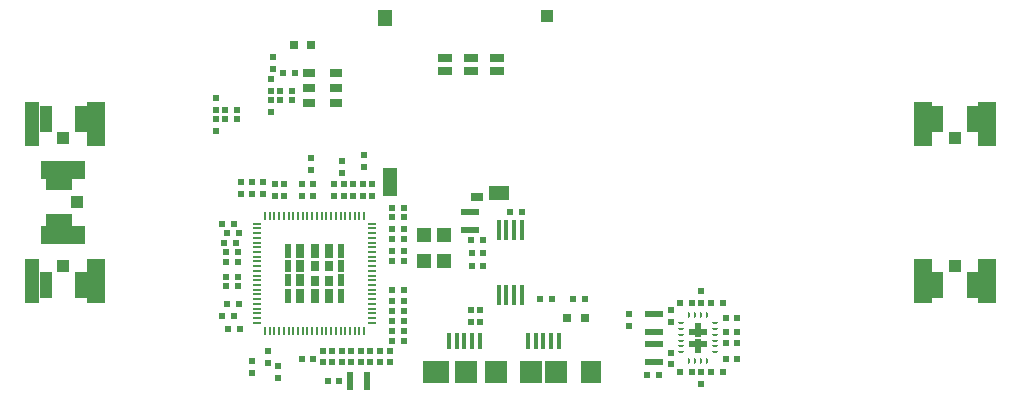
<source format=gbp>
G04*
G04 #@! TF.GenerationSoftware,Altium Limited,Altium Designer,18.1.6 (161)*
G04*
G04 Layer_Color=8421504*
%FSLAX24Y24*%
%MOIN*%
G70*
G01*
G75*
%ADD17R,0.0197X0.0197*%
%ADD18R,0.0866X0.0433*%
%ADD19R,0.0413X0.0394*%
%ADD21R,0.0315X0.0315*%
%ADD23R,0.1496X0.0591*%
%ADD26R,0.0591X0.1496*%
%ADD27R,0.0512X0.1496*%
%ADD62R,0.0197X0.0197*%
G04:AMPARAMS|DCode=63|XSize=9.1mil|YSize=29.5mil|CornerRadius=2.3mil|HoleSize=0mil|Usage=FLASHONLY|Rotation=0.000|XOffset=0mil|YOffset=0mil|HoleType=Round|Shape=RoundedRectangle|*
%AMROUNDEDRECTD63*
21,1,0.0091,0.0250,0,0,0.0*
21,1,0.0045,0.0295,0,0,0.0*
1,1,0.0045,0.0023,-0.0125*
1,1,0.0045,-0.0023,-0.0125*
1,1,0.0045,-0.0023,0.0125*
1,1,0.0045,0.0023,0.0125*
%
%ADD63ROUNDEDRECTD63*%
%ADD64R,0.0433X0.0866*%
%ADD65R,0.0394X0.0413*%
%ADD66R,0.0118X0.0650*%
%ADD67R,0.0630X0.0197*%
%ADD68R,0.0472X0.0512*%
%ADD69R,0.0906X0.0748*%
%ADD70R,0.0748X0.0748*%
%ADD71R,0.0709X0.0748*%
%ADD72R,0.0157X0.0531*%
%ADD73R,0.0689X0.0512*%
%ADD74R,0.0394X0.0433*%
%ADD75R,0.0394X0.0256*%
%ADD76R,0.0472X0.0925*%
%ADD77R,0.0472X0.0551*%
%ADD78R,0.0472X0.0315*%
%ADD79R,0.0197X0.0630*%
G04:AMPARAMS|DCode=80|XSize=9.1mil|YSize=29.5mil|CornerRadius=2.3mil|HoleSize=0mil|Usage=FLASHONLY|Rotation=90.000|XOffset=0mil|YOffset=0mil|HoleType=Round|Shape=RoundedRectangle|*
%AMROUNDEDRECTD80*
21,1,0.0091,0.0250,0,0,90.0*
21,1,0.0045,0.0295,0,0,90.0*
1,1,0.0045,0.0125,0.0023*
1,1,0.0045,0.0125,-0.0023*
1,1,0.0045,-0.0125,-0.0023*
1,1,0.0045,-0.0125,0.0023*
%
%ADD80ROUNDEDRECTD80*%
G04:AMPARAMS|DCode=83|XSize=9.8mil|YSize=19.7mil|CornerRadius=2.5mil|HoleSize=0mil|Usage=FLASHONLY|Rotation=0.000|XOffset=0mil|YOffset=0mil|HoleType=Round|Shape=RoundedRectangle|*
%AMROUNDEDRECTD83*
21,1,0.0098,0.0148,0,0,0.0*
21,1,0.0049,0.0197,0,0,0.0*
1,1,0.0049,0.0025,-0.0074*
1,1,0.0049,-0.0025,-0.0074*
1,1,0.0049,-0.0025,0.0074*
1,1,0.0049,0.0025,0.0074*
%
%ADD83ROUNDEDRECTD83*%
G04:AMPARAMS|DCode=84|XSize=9.8mil|YSize=19.7mil|CornerRadius=2.5mil|HoleSize=0mil|Usage=FLASHONLY|Rotation=270.000|XOffset=0mil|YOffset=0mil|HoleType=Round|Shape=RoundedRectangle|*
%AMROUNDEDRECTD84*
21,1,0.0098,0.0148,0,0,270.0*
21,1,0.0049,0.0197,0,0,270.0*
1,1,0.0049,-0.0074,-0.0025*
1,1,0.0049,-0.0074,0.0025*
1,1,0.0049,0.0074,0.0025*
1,1,0.0049,0.0074,-0.0025*
%
%ADD84ROUNDEDRECTD84*%
%ADD85R,0.0433X0.0252*%
%ADD123R,0.0315X0.0472*%
%ADD124R,0.0197X0.0472*%
%ADD125R,0.0197X0.0394*%
%ADD126R,0.0197X0.0394*%
%ADD127R,0.0315X0.0394*%
%ADD128R,0.0315X0.0354*%
%ADD129R,0.0315X0.0354*%
%ADD130R,0.0315X0.0354*%
%ADD131R,0.0226X0.0453*%
%ADD132R,0.0591X0.0236*%
%ADD133R,0.0591X0.0236*%
%ADD134R,0.0236X0.0453*%
G54D17*
X71880Y24390D02*
D03*
X71486D02*
D03*
X81349Y25738D02*
D03*
X80955D02*
D03*
X71909Y22677D02*
D03*
X71516D02*
D03*
X77037Y24104D02*
D03*
X77431D02*
D03*
X77037Y23130D02*
D03*
X77431D02*
D03*
X74400Y20837D02*
D03*
X74006D02*
D03*
X88140Y21722D02*
D03*
X88533D02*
D03*
X86624Y22697D02*
D03*
X87018D02*
D03*
X85915Y20305D02*
D03*
X85522D02*
D03*
X73780Y30364D02*
D03*
X73386D02*
D03*
X86624Y20404D02*
D03*
X87018D02*
D03*
X71427Y24705D02*
D03*
X71821D02*
D03*
X71555Y21831D02*
D03*
X71949D02*
D03*
X88140Y21358D02*
D03*
X88533D02*
D03*
X71752Y22274D02*
D03*
X71358D02*
D03*
X77037Y24843D02*
D03*
X77431D02*
D03*
X77037Y25563D02*
D03*
X77431D02*
D03*
X77431Y22087D02*
D03*
X77037D02*
D03*
X79675Y24360D02*
D03*
X80069D02*
D03*
X79670Y24785D02*
D03*
X80064D02*
D03*
X75266Y20089D02*
D03*
X74872D02*
D03*
X88041Y20404D02*
D03*
X87648D02*
D03*
X88140Y20846D02*
D03*
X88533D02*
D03*
X87657Y22697D02*
D03*
X88051D02*
D03*
X88533Y22215D02*
D03*
X88140D02*
D03*
X71742Y25335D02*
D03*
X71348D02*
D03*
X77037Y24429D02*
D03*
X77431D02*
D03*
X77037Y22766D02*
D03*
X77431D02*
D03*
X77037Y25878D02*
D03*
X77431D02*
D03*
X71516Y25020D02*
D03*
X71909D02*
D03*
X77037Y22431D02*
D03*
X77431D02*
D03*
X73689Y29775D02*
D03*
Y29460D02*
D03*
X81949Y22835D02*
D03*
X82343D02*
D03*
X83051D02*
D03*
X83445D02*
D03*
X77037Y25157D02*
D03*
X77431D02*
D03*
X71880Y24075D02*
D03*
X71486D02*
D03*
X77037Y21417D02*
D03*
X77431D02*
D03*
X77037Y21762D02*
D03*
X77431D02*
D03*
X71467Y29134D02*
D03*
Y28819D02*
D03*
X73296Y29775D02*
D03*
Y29460D02*
D03*
X71880Y23573D02*
D03*
Y23258D02*
D03*
X71860Y29134D02*
D03*
Y28819D02*
D03*
X80069Y23937D02*
D03*
X79675D02*
D03*
X71486Y23573D02*
D03*
Y23258D02*
D03*
G54D18*
X65906Y25472D02*
D03*
Y26654D02*
D03*
G54D19*
X66535Y26063D02*
D03*
G54D21*
X73740Y31289D02*
D03*
X74331D02*
D03*
X82854Y22185D02*
D03*
X83445D02*
D03*
G54D23*
X66063Y24980D02*
D03*
Y27146D02*
D03*
G54D26*
X67146Y28681D02*
D03*
Y23445D02*
D03*
X96870Y28681D02*
D03*
X94705D02*
D03*
X96870Y23445D02*
D03*
X94705D02*
D03*
G54D27*
X65020Y28681D02*
D03*
Y23445D02*
D03*
G54D62*
X79656Y22461D02*
D03*
X79970D02*
D03*
X73051Y30492D02*
D03*
Y30886D02*
D03*
X74400Y26270D02*
D03*
Y26663D02*
D03*
X76299Y21112D02*
D03*
Y20719D02*
D03*
X75413Y26270D02*
D03*
Y26663D02*
D03*
X72874Y21102D02*
D03*
Y20709D02*
D03*
X73435Y26260D02*
D03*
Y26654D02*
D03*
X75344Y21112D02*
D03*
Y20719D02*
D03*
X76614Y21112D02*
D03*
Y20719D02*
D03*
X75728Y26270D02*
D03*
Y26663D02*
D03*
X73120Y26260D02*
D03*
Y26654D02*
D03*
X84911Y22334D02*
D03*
Y21941D02*
D03*
X76358Y26663D02*
D03*
Y26270D02*
D03*
X75098Y26663D02*
D03*
Y26270D02*
D03*
X74035Y26663D02*
D03*
Y26270D02*
D03*
X72352Y20758D02*
D03*
Y20364D02*
D03*
X86309Y20650D02*
D03*
Y21043D02*
D03*
X79970Y22067D02*
D03*
X79656D02*
D03*
X87333Y20404D02*
D03*
Y20010D02*
D03*
Y23091D02*
D03*
Y22697D02*
D03*
X73217Y20600D02*
D03*
Y20207D02*
D03*
X76939Y21112D02*
D03*
Y20719D02*
D03*
X75030Y21112D02*
D03*
Y20719D02*
D03*
X75974Y21112D02*
D03*
Y20719D02*
D03*
X75659D02*
D03*
Y21112D02*
D03*
X76043Y26270D02*
D03*
Y26663D02*
D03*
X74715Y21112D02*
D03*
Y20719D02*
D03*
X86309Y22451D02*
D03*
Y22057D02*
D03*
X72971Y29067D02*
D03*
X71152Y29528D02*
D03*
Y28425D02*
D03*
X72352Y26339D02*
D03*
Y26732D02*
D03*
X76083Y27628D02*
D03*
Y27234D02*
D03*
X72971Y30169D02*
D03*
X74321Y27126D02*
D03*
Y27520D02*
D03*
X71978Y26339D02*
D03*
Y26732D02*
D03*
X72726Y26339D02*
D03*
Y26732D02*
D03*
X75344Y27421D02*
D03*
Y27028D02*
D03*
X71152Y29134D02*
D03*
Y28819D02*
D03*
X72971Y29775D02*
D03*
Y29460D02*
D03*
G54D63*
X74518Y21772D02*
D03*
X74675D02*
D03*
X73888D02*
D03*
X74045D02*
D03*
X72943D02*
D03*
X73100D02*
D03*
X73258D02*
D03*
X72785D02*
D03*
X75935Y25610D02*
D03*
X76093D02*
D03*
X73415Y21772D02*
D03*
X73573D02*
D03*
X73730D02*
D03*
X74203D02*
D03*
X74360D02*
D03*
X74833D02*
D03*
X74990D02*
D03*
X75148D02*
D03*
X75305D02*
D03*
X75463D02*
D03*
X75620D02*
D03*
X75778D02*
D03*
X75935D02*
D03*
X76093D02*
D03*
X75778Y25610D02*
D03*
X75620D02*
D03*
X75463D02*
D03*
X75305D02*
D03*
X75148D02*
D03*
X74675D02*
D03*
X74518D02*
D03*
X74360D02*
D03*
X74203D02*
D03*
X73730D02*
D03*
X73573D02*
D03*
X73415D02*
D03*
X73258D02*
D03*
X73100D02*
D03*
X72943D02*
D03*
X72785D02*
D03*
X74045D02*
D03*
X73888D02*
D03*
X74990D02*
D03*
X74833D02*
D03*
G54D64*
X96378Y23307D02*
D03*
X95197D02*
D03*
Y28819D02*
D03*
X96378D02*
D03*
X66654Y23307D02*
D03*
X65472D02*
D03*
Y28819D02*
D03*
X66654D02*
D03*
G54D65*
X95787Y23937D02*
D03*
Y28189D02*
D03*
X66063Y23937D02*
D03*
Y28189D02*
D03*
G54D66*
X80579Y25136D02*
D03*
X80835D02*
D03*
X81347D02*
D03*
X80579Y22951D02*
D03*
X80835D02*
D03*
X81091D02*
D03*
X81347D02*
D03*
X81091Y25136D02*
D03*
G54D67*
X85748Y22333D02*
D03*
Y21742D02*
D03*
X85748Y21339D02*
D03*
Y20748D02*
D03*
X79626Y25738D02*
D03*
Y25148D02*
D03*
G54D68*
X78740Y24085D02*
D03*
Y24951D02*
D03*
X78071Y24085D02*
D03*
Y24951D02*
D03*
G54D69*
X78484Y20404D02*
D03*
G54D70*
X82490D02*
D03*
X81644D02*
D03*
X80472D02*
D03*
X79488D02*
D03*
G54D71*
X83642D02*
D03*
G54D72*
X81555Y21447D02*
D03*
X81811D02*
D03*
X82579D02*
D03*
X79429D02*
D03*
X79173D02*
D03*
X78917D02*
D03*
X79941D02*
D03*
X79685D02*
D03*
X82323D02*
D03*
X82067D02*
D03*
G54D73*
X80598Y26358D02*
D03*
G54D74*
X82185Y32264D02*
D03*
G54D75*
X79862Y26230D02*
D03*
G54D76*
X76949Y26742D02*
D03*
G54D77*
X76791Y32205D02*
D03*
G54D78*
X79654Y30866D02*
D03*
X78791Y30433D02*
D03*
X80516D02*
D03*
X79654D02*
D03*
X80516Y30866D02*
D03*
X78791D02*
D03*
G54D79*
X75610Y20098D02*
D03*
X76201D02*
D03*
G54D80*
X76358Y22352D02*
D03*
Y22195D02*
D03*
Y22037D02*
D03*
X72520Y25187D02*
D03*
X76358Y22510D02*
D03*
Y22667D02*
D03*
Y22825D02*
D03*
Y22982D02*
D03*
Y23140D02*
D03*
Y23297D02*
D03*
Y23455D02*
D03*
Y23612D02*
D03*
Y23770D02*
D03*
Y23927D02*
D03*
Y24085D02*
D03*
Y24242D02*
D03*
Y24400D02*
D03*
Y24557D02*
D03*
Y24715D02*
D03*
Y24872D02*
D03*
Y25030D02*
D03*
Y25187D02*
D03*
Y25344D02*
D03*
X72520Y25344D02*
D03*
Y25030D02*
D03*
Y24872D02*
D03*
Y24715D02*
D03*
Y24557D02*
D03*
Y24400D02*
D03*
Y24242D02*
D03*
Y24085D02*
D03*
Y23927D02*
D03*
Y23770D02*
D03*
Y23612D02*
D03*
Y23140D02*
D03*
Y22825D02*
D03*
Y22667D02*
D03*
Y22510D02*
D03*
Y22352D02*
D03*
Y22195D02*
D03*
Y22037D02*
D03*
Y22982D02*
D03*
Y23455D02*
D03*
Y23297D02*
D03*
G54D83*
X86919Y20778D02*
D03*
X87116D02*
D03*
X87313D02*
D03*
X87510D02*
D03*
Y22313D02*
D03*
X87313D02*
D03*
X87116D02*
D03*
X86919D02*
D03*
G54D84*
X87785Y21053D02*
D03*
Y21250D02*
D03*
Y21447D02*
D03*
Y21644D02*
D03*
Y21841D02*
D03*
Y22037D02*
D03*
X86644Y22037D02*
D03*
Y21841D02*
D03*
Y21644D02*
D03*
Y21447D02*
D03*
Y21250D02*
D03*
Y21053D02*
D03*
G54D85*
X74252Y30362D02*
D03*
Y29862D02*
D03*
X75157Y29362D02*
D03*
X74252D02*
D03*
X75157Y29862D02*
D03*
Y30362D02*
D03*
G54D123*
X74911Y22943D02*
D03*
X74439D02*
D03*
X73967D02*
D03*
X74911Y24439D02*
D03*
X74439D02*
D03*
X73967D02*
D03*
G54D124*
X73553Y22943D02*
D03*
X75325Y22943D02*
D03*
X73553Y24439D02*
D03*
X75325D02*
D03*
G54D125*
X75325Y23455D02*
D03*
X73553Y23927D02*
D03*
G54D126*
X73553Y23455D02*
D03*
X75325Y23927D02*
D03*
G54D127*
X73967Y23455D02*
D03*
X73967Y23927D02*
D03*
G54D128*
X74439Y23435D02*
D03*
G54D129*
X74911Y23435D02*
D03*
G54D130*
X74439Y23947D02*
D03*
X74911D02*
D03*
G54D131*
X87210Y21280D02*
D03*
G54D132*
X87215Y21742D02*
D03*
G54D133*
X87215Y21348D02*
D03*
G54D134*
X87215Y21811D02*
D03*
M02*

</source>
